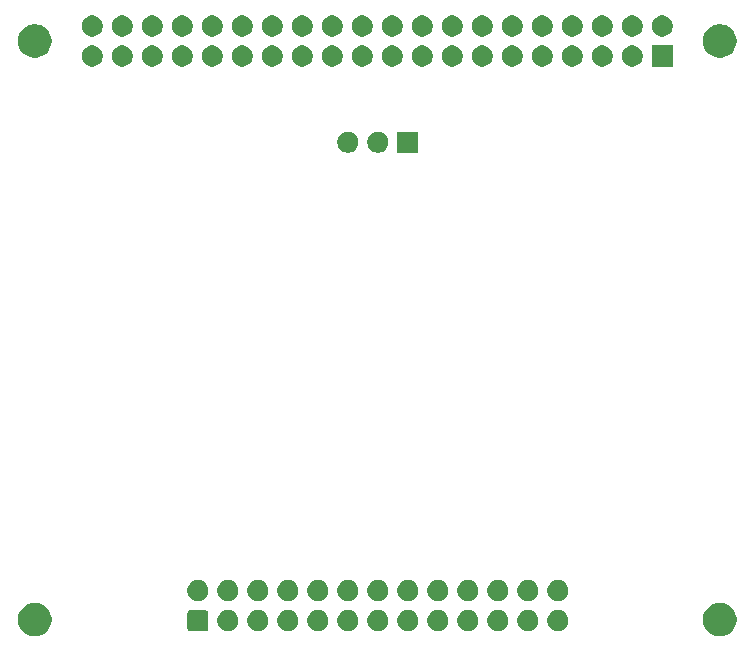
<source format=gbs>
%TF.GenerationSoftware,KiCad,Pcbnew,9.0.0*%
%TF.CreationDate,2025-04-07T15:36:10+02:00*%
%TF.ProjectId,AES42HAT,41455334-3248-4415-942e-6b696361645f,rev?*%
%TF.SameCoordinates,PX5f5e100PY5f5e100*%
%TF.FileFunction,Soldermask,Bot*%
%TF.FilePolarity,Negative*%
%FSLAX46Y46*%
G04 Gerber Fmt 4.6, Leading zero omitted, Abs format (unit mm)*
G04 Created by KiCad (PCBNEW 9.0.0) date 2025-04-07 15:36:10*
%MOMM*%
%LPD*%
G01*
G04 APERTURE LIST*
G04 APERTURE END LIST*
G36*
X-28717340Y-47539373D02*
G01*
X-28504676Y-47608472D01*
X-28305440Y-47709988D01*
X-28124537Y-47841421D01*
X-27966421Y-47999537D01*
X-27834988Y-48180440D01*
X-27733472Y-48379676D01*
X-27664373Y-48592340D01*
X-27629393Y-48813196D01*
X-27629393Y-49036804D01*
X-27664373Y-49257660D01*
X-27733472Y-49470324D01*
X-27834988Y-49669560D01*
X-27966421Y-49850463D01*
X-28124537Y-50008579D01*
X-28305440Y-50140012D01*
X-28504676Y-50241528D01*
X-28717340Y-50310627D01*
X-28938196Y-50345607D01*
X-29161804Y-50345607D01*
X-29382660Y-50310627D01*
X-29595324Y-50241528D01*
X-29794560Y-50140012D01*
X-29975463Y-50008579D01*
X-30133579Y-49850463D01*
X-30265012Y-49669560D01*
X-30366528Y-49470324D01*
X-30435627Y-49257660D01*
X-30470607Y-49036804D01*
X-30470607Y-48813196D01*
X-30435627Y-48592340D01*
X-30366528Y-48379676D01*
X-30265012Y-48180440D01*
X-30133579Y-47999537D01*
X-29975463Y-47841421D01*
X-29794560Y-47709988D01*
X-29595324Y-47608472D01*
X-29382660Y-47539373D01*
X-29161804Y-47504393D01*
X-28938196Y-47504393D01*
X-28717340Y-47539373D01*
G37*
G36*
X29282660Y-47539373D02*
G01*
X29495324Y-47608472D01*
X29694560Y-47709988D01*
X29875463Y-47841421D01*
X30033579Y-47999537D01*
X30165012Y-48180440D01*
X30266528Y-48379676D01*
X30335627Y-48592340D01*
X30370607Y-48813196D01*
X30370607Y-49036804D01*
X30335627Y-49257660D01*
X30266528Y-49470324D01*
X30165012Y-49669560D01*
X30033579Y-49850463D01*
X29875463Y-50008579D01*
X29694560Y-50140012D01*
X29495324Y-50241528D01*
X29282660Y-50310627D01*
X29061804Y-50345607D01*
X28838196Y-50345607D01*
X28617340Y-50310627D01*
X28404676Y-50241528D01*
X28205440Y-50140012D01*
X28024537Y-50008579D01*
X27866421Y-49850463D01*
X27734988Y-49669560D01*
X27633472Y-49470324D01*
X27564373Y-49257660D01*
X27529393Y-49036804D01*
X27529393Y-48813196D01*
X27564373Y-48592340D01*
X27633472Y-48379676D01*
X27734988Y-48180440D01*
X27866421Y-47999537D01*
X28024537Y-47841421D01*
X28205440Y-47709988D01*
X28404676Y-47608472D01*
X28617340Y-47539373D01*
X28838196Y-47504393D01*
X29061804Y-47504393D01*
X29282660Y-47539373D01*
G37*
G36*
X-14571315Y-48107969D02*
G01*
X-14567158Y-48109804D01*
X-14562963Y-48110357D01*
X-14510486Y-48134827D01*
X-14470459Y-48152501D01*
X-14468602Y-48154358D01*
X-14468148Y-48154570D01*
X-14394571Y-48228147D01*
X-14394360Y-48228600D01*
X-14392501Y-48230459D01*
X-14374819Y-48270507D01*
X-14350358Y-48322962D01*
X-14349807Y-48327154D01*
X-14347969Y-48331315D01*
X-14340000Y-48400000D01*
X-14340000Y-49600000D01*
X-14347969Y-49668685D01*
X-14349807Y-49672846D01*
X-14350358Y-49677037D01*
X-14374810Y-49729474D01*
X-14392501Y-49769541D01*
X-14394361Y-49771400D01*
X-14394571Y-49771852D01*
X-14468148Y-49845429D01*
X-14468600Y-49845639D01*
X-14470459Y-49847499D01*
X-14510526Y-49865190D01*
X-14562963Y-49889642D01*
X-14567154Y-49890193D01*
X-14571315Y-49892031D01*
X-14640000Y-49900000D01*
X-15840000Y-49900000D01*
X-15908685Y-49892031D01*
X-15912846Y-49890193D01*
X-15917038Y-49889642D01*
X-15969493Y-49865181D01*
X-16009541Y-49847499D01*
X-16011400Y-49845640D01*
X-16011853Y-49845429D01*
X-16085430Y-49771852D01*
X-16085642Y-49771398D01*
X-16087499Y-49769541D01*
X-16105173Y-49729514D01*
X-16129643Y-49677037D01*
X-16130196Y-49672842D01*
X-16132031Y-49668685D01*
X-16140000Y-49600000D01*
X-16140000Y-48400000D01*
X-16132031Y-48331315D01*
X-16130196Y-48327157D01*
X-16129643Y-48322962D01*
X-16105164Y-48270466D01*
X-16087499Y-48230459D01*
X-16085643Y-48228602D01*
X-16085430Y-48228147D01*
X-16011853Y-48154570D01*
X-16011398Y-48154357D01*
X-16009541Y-48152501D01*
X-15969534Y-48134836D01*
X-15917038Y-48110357D01*
X-15912843Y-48109804D01*
X-15908685Y-48107969D01*
X-15840000Y-48100000D01*
X-14640000Y-48100000D01*
X-14571315Y-48107969D01*
G37*
G36*
X-12438744Y-48138754D02*
G01*
X-12275743Y-48206271D01*
X-12129046Y-48304291D01*
X-12004291Y-48429046D01*
X-11906271Y-48575743D01*
X-11838754Y-48738744D01*
X-11804334Y-48911785D01*
X-11804334Y-49088215D01*
X-11838754Y-49261256D01*
X-11906271Y-49424257D01*
X-12004291Y-49570954D01*
X-12129046Y-49695709D01*
X-12275743Y-49793729D01*
X-12438744Y-49861246D01*
X-12611785Y-49895666D01*
X-12788215Y-49895666D01*
X-12961256Y-49861246D01*
X-13124257Y-49793729D01*
X-13270954Y-49695709D01*
X-13395709Y-49570954D01*
X-13493729Y-49424257D01*
X-13561246Y-49261256D01*
X-13595666Y-49088215D01*
X-13595666Y-48911785D01*
X-13561246Y-48738744D01*
X-13493729Y-48575743D01*
X-13395709Y-48429046D01*
X-13270954Y-48304291D01*
X-13124257Y-48206271D01*
X-12961256Y-48138754D01*
X-12788215Y-48104334D01*
X-12611785Y-48104334D01*
X-12438744Y-48138754D01*
G37*
G36*
X-9898744Y-48138754D02*
G01*
X-9735743Y-48206271D01*
X-9589046Y-48304291D01*
X-9464291Y-48429046D01*
X-9366271Y-48575743D01*
X-9298754Y-48738744D01*
X-9264334Y-48911785D01*
X-9264334Y-49088215D01*
X-9298754Y-49261256D01*
X-9366271Y-49424257D01*
X-9464291Y-49570954D01*
X-9589046Y-49695709D01*
X-9735743Y-49793729D01*
X-9898744Y-49861246D01*
X-10071785Y-49895666D01*
X-10248215Y-49895666D01*
X-10421256Y-49861246D01*
X-10584257Y-49793729D01*
X-10730954Y-49695709D01*
X-10855709Y-49570954D01*
X-10953729Y-49424257D01*
X-11021246Y-49261256D01*
X-11055666Y-49088215D01*
X-11055666Y-48911785D01*
X-11021246Y-48738744D01*
X-10953729Y-48575743D01*
X-10855709Y-48429046D01*
X-10730954Y-48304291D01*
X-10584257Y-48206271D01*
X-10421256Y-48138754D01*
X-10248215Y-48104334D01*
X-10071785Y-48104334D01*
X-9898744Y-48138754D01*
G37*
G36*
X-7358744Y-48138754D02*
G01*
X-7195743Y-48206271D01*
X-7049046Y-48304291D01*
X-6924291Y-48429046D01*
X-6826271Y-48575743D01*
X-6758754Y-48738744D01*
X-6724334Y-48911785D01*
X-6724334Y-49088215D01*
X-6758754Y-49261256D01*
X-6826271Y-49424257D01*
X-6924291Y-49570954D01*
X-7049046Y-49695709D01*
X-7195743Y-49793729D01*
X-7358744Y-49861246D01*
X-7531785Y-49895666D01*
X-7708215Y-49895666D01*
X-7881256Y-49861246D01*
X-8044257Y-49793729D01*
X-8190954Y-49695709D01*
X-8315709Y-49570954D01*
X-8413729Y-49424257D01*
X-8481246Y-49261256D01*
X-8515666Y-49088215D01*
X-8515666Y-48911785D01*
X-8481246Y-48738744D01*
X-8413729Y-48575743D01*
X-8315709Y-48429046D01*
X-8190954Y-48304291D01*
X-8044257Y-48206271D01*
X-7881256Y-48138754D01*
X-7708215Y-48104334D01*
X-7531785Y-48104334D01*
X-7358744Y-48138754D01*
G37*
G36*
X-4818744Y-48138754D02*
G01*
X-4655743Y-48206271D01*
X-4509046Y-48304291D01*
X-4384291Y-48429046D01*
X-4286271Y-48575743D01*
X-4218754Y-48738744D01*
X-4184334Y-48911785D01*
X-4184334Y-49088215D01*
X-4218754Y-49261256D01*
X-4286271Y-49424257D01*
X-4384291Y-49570954D01*
X-4509046Y-49695709D01*
X-4655743Y-49793729D01*
X-4818744Y-49861246D01*
X-4991785Y-49895666D01*
X-5168215Y-49895666D01*
X-5341256Y-49861246D01*
X-5504257Y-49793729D01*
X-5650954Y-49695709D01*
X-5775709Y-49570954D01*
X-5873729Y-49424257D01*
X-5941246Y-49261256D01*
X-5975666Y-49088215D01*
X-5975666Y-48911785D01*
X-5941246Y-48738744D01*
X-5873729Y-48575743D01*
X-5775709Y-48429046D01*
X-5650954Y-48304291D01*
X-5504257Y-48206271D01*
X-5341256Y-48138754D01*
X-5168215Y-48104334D01*
X-4991785Y-48104334D01*
X-4818744Y-48138754D01*
G37*
G36*
X-2278744Y-48138754D02*
G01*
X-2115743Y-48206271D01*
X-1969046Y-48304291D01*
X-1844291Y-48429046D01*
X-1746271Y-48575743D01*
X-1678754Y-48738744D01*
X-1644334Y-48911785D01*
X-1644334Y-49088215D01*
X-1678754Y-49261256D01*
X-1746271Y-49424257D01*
X-1844291Y-49570954D01*
X-1969046Y-49695709D01*
X-2115743Y-49793729D01*
X-2278744Y-49861246D01*
X-2451785Y-49895666D01*
X-2628215Y-49895666D01*
X-2801256Y-49861246D01*
X-2964257Y-49793729D01*
X-3110954Y-49695709D01*
X-3235709Y-49570954D01*
X-3333729Y-49424257D01*
X-3401246Y-49261256D01*
X-3435666Y-49088215D01*
X-3435666Y-48911785D01*
X-3401246Y-48738744D01*
X-3333729Y-48575743D01*
X-3235709Y-48429046D01*
X-3110954Y-48304291D01*
X-2964257Y-48206271D01*
X-2801256Y-48138754D01*
X-2628215Y-48104334D01*
X-2451785Y-48104334D01*
X-2278744Y-48138754D01*
G37*
G36*
X261256Y-48138754D02*
G01*
X424257Y-48206271D01*
X570954Y-48304291D01*
X695709Y-48429046D01*
X793729Y-48575743D01*
X861246Y-48738744D01*
X895666Y-48911785D01*
X895666Y-49088215D01*
X861246Y-49261256D01*
X793729Y-49424257D01*
X695709Y-49570954D01*
X570954Y-49695709D01*
X424257Y-49793729D01*
X261256Y-49861246D01*
X88215Y-49895666D01*
X-88215Y-49895666D01*
X-261256Y-49861246D01*
X-424257Y-49793729D01*
X-570954Y-49695709D01*
X-695709Y-49570954D01*
X-793729Y-49424257D01*
X-861246Y-49261256D01*
X-895666Y-49088215D01*
X-895666Y-48911785D01*
X-861246Y-48738744D01*
X-793729Y-48575743D01*
X-695709Y-48429046D01*
X-570954Y-48304291D01*
X-424257Y-48206271D01*
X-261256Y-48138754D01*
X-88215Y-48104334D01*
X88215Y-48104334D01*
X261256Y-48138754D01*
G37*
G36*
X2801256Y-48138754D02*
G01*
X2964257Y-48206271D01*
X3110954Y-48304291D01*
X3235709Y-48429046D01*
X3333729Y-48575743D01*
X3401246Y-48738744D01*
X3435666Y-48911785D01*
X3435666Y-49088215D01*
X3401246Y-49261256D01*
X3333729Y-49424257D01*
X3235709Y-49570954D01*
X3110954Y-49695709D01*
X2964257Y-49793729D01*
X2801256Y-49861246D01*
X2628215Y-49895666D01*
X2451785Y-49895666D01*
X2278744Y-49861246D01*
X2115743Y-49793729D01*
X1969046Y-49695709D01*
X1844291Y-49570954D01*
X1746271Y-49424257D01*
X1678754Y-49261256D01*
X1644334Y-49088215D01*
X1644334Y-48911785D01*
X1678754Y-48738744D01*
X1746271Y-48575743D01*
X1844291Y-48429046D01*
X1969046Y-48304291D01*
X2115743Y-48206271D01*
X2278744Y-48138754D01*
X2451785Y-48104334D01*
X2628215Y-48104334D01*
X2801256Y-48138754D01*
G37*
G36*
X5341256Y-48138754D02*
G01*
X5504257Y-48206271D01*
X5650954Y-48304291D01*
X5775709Y-48429046D01*
X5873729Y-48575743D01*
X5941246Y-48738744D01*
X5975666Y-48911785D01*
X5975666Y-49088215D01*
X5941246Y-49261256D01*
X5873729Y-49424257D01*
X5775709Y-49570954D01*
X5650954Y-49695709D01*
X5504257Y-49793729D01*
X5341256Y-49861246D01*
X5168215Y-49895666D01*
X4991785Y-49895666D01*
X4818744Y-49861246D01*
X4655743Y-49793729D01*
X4509046Y-49695709D01*
X4384291Y-49570954D01*
X4286271Y-49424257D01*
X4218754Y-49261256D01*
X4184334Y-49088215D01*
X4184334Y-48911785D01*
X4218754Y-48738744D01*
X4286271Y-48575743D01*
X4384291Y-48429046D01*
X4509046Y-48304291D01*
X4655743Y-48206271D01*
X4818744Y-48138754D01*
X4991785Y-48104334D01*
X5168215Y-48104334D01*
X5341256Y-48138754D01*
G37*
G36*
X7881256Y-48138754D02*
G01*
X8044257Y-48206271D01*
X8190954Y-48304291D01*
X8315709Y-48429046D01*
X8413729Y-48575743D01*
X8481246Y-48738744D01*
X8515666Y-48911785D01*
X8515666Y-49088215D01*
X8481246Y-49261256D01*
X8413729Y-49424257D01*
X8315709Y-49570954D01*
X8190954Y-49695709D01*
X8044257Y-49793729D01*
X7881256Y-49861246D01*
X7708215Y-49895666D01*
X7531785Y-49895666D01*
X7358744Y-49861246D01*
X7195743Y-49793729D01*
X7049046Y-49695709D01*
X6924291Y-49570954D01*
X6826271Y-49424257D01*
X6758754Y-49261256D01*
X6724334Y-49088215D01*
X6724334Y-48911785D01*
X6758754Y-48738744D01*
X6826271Y-48575743D01*
X6924291Y-48429046D01*
X7049046Y-48304291D01*
X7195743Y-48206271D01*
X7358744Y-48138754D01*
X7531785Y-48104334D01*
X7708215Y-48104334D01*
X7881256Y-48138754D01*
G37*
G36*
X10421256Y-48138754D02*
G01*
X10584257Y-48206271D01*
X10730954Y-48304291D01*
X10855709Y-48429046D01*
X10953729Y-48575743D01*
X11021246Y-48738744D01*
X11055666Y-48911785D01*
X11055666Y-49088215D01*
X11021246Y-49261256D01*
X10953729Y-49424257D01*
X10855709Y-49570954D01*
X10730954Y-49695709D01*
X10584257Y-49793729D01*
X10421256Y-49861246D01*
X10248215Y-49895666D01*
X10071785Y-49895666D01*
X9898744Y-49861246D01*
X9735743Y-49793729D01*
X9589046Y-49695709D01*
X9464291Y-49570954D01*
X9366271Y-49424257D01*
X9298754Y-49261256D01*
X9264334Y-49088215D01*
X9264334Y-48911785D01*
X9298754Y-48738744D01*
X9366271Y-48575743D01*
X9464291Y-48429046D01*
X9589046Y-48304291D01*
X9735743Y-48206271D01*
X9898744Y-48138754D01*
X10071785Y-48104334D01*
X10248215Y-48104334D01*
X10421256Y-48138754D01*
G37*
G36*
X12961256Y-48138754D02*
G01*
X13124257Y-48206271D01*
X13270954Y-48304291D01*
X13395709Y-48429046D01*
X13493729Y-48575743D01*
X13561246Y-48738744D01*
X13595666Y-48911785D01*
X13595666Y-49088215D01*
X13561246Y-49261256D01*
X13493729Y-49424257D01*
X13395709Y-49570954D01*
X13270954Y-49695709D01*
X13124257Y-49793729D01*
X12961256Y-49861246D01*
X12788215Y-49895666D01*
X12611785Y-49895666D01*
X12438744Y-49861246D01*
X12275743Y-49793729D01*
X12129046Y-49695709D01*
X12004291Y-49570954D01*
X11906271Y-49424257D01*
X11838754Y-49261256D01*
X11804334Y-49088215D01*
X11804334Y-48911785D01*
X11838754Y-48738744D01*
X11906271Y-48575743D01*
X12004291Y-48429046D01*
X12129046Y-48304291D01*
X12275743Y-48206271D01*
X12438744Y-48138754D01*
X12611785Y-48104334D01*
X12788215Y-48104334D01*
X12961256Y-48138754D01*
G37*
G36*
X15501256Y-48138754D02*
G01*
X15664257Y-48206271D01*
X15810954Y-48304291D01*
X15935709Y-48429046D01*
X16033729Y-48575743D01*
X16101246Y-48738744D01*
X16135666Y-48911785D01*
X16135666Y-49088215D01*
X16101246Y-49261256D01*
X16033729Y-49424257D01*
X15935709Y-49570954D01*
X15810954Y-49695709D01*
X15664257Y-49793729D01*
X15501256Y-49861246D01*
X15328215Y-49895666D01*
X15151785Y-49895666D01*
X14978744Y-49861246D01*
X14815743Y-49793729D01*
X14669046Y-49695709D01*
X14544291Y-49570954D01*
X14446271Y-49424257D01*
X14378754Y-49261256D01*
X14344334Y-49088215D01*
X14344334Y-48911785D01*
X14378754Y-48738744D01*
X14446271Y-48575743D01*
X14544291Y-48429046D01*
X14669046Y-48304291D01*
X14815743Y-48206271D01*
X14978744Y-48138754D01*
X15151785Y-48104334D01*
X15328215Y-48104334D01*
X15501256Y-48138754D01*
G37*
G36*
X-14978744Y-45598754D02*
G01*
X-14815743Y-45666271D01*
X-14669046Y-45764291D01*
X-14544291Y-45889046D01*
X-14446271Y-46035743D01*
X-14378754Y-46198744D01*
X-14344334Y-46371785D01*
X-14344334Y-46548215D01*
X-14378754Y-46721256D01*
X-14446271Y-46884257D01*
X-14544291Y-47030954D01*
X-14669046Y-47155709D01*
X-14815743Y-47253729D01*
X-14978744Y-47321246D01*
X-15151785Y-47355666D01*
X-15328215Y-47355666D01*
X-15501256Y-47321246D01*
X-15664257Y-47253729D01*
X-15810954Y-47155709D01*
X-15935709Y-47030954D01*
X-16033729Y-46884257D01*
X-16101246Y-46721256D01*
X-16135666Y-46548215D01*
X-16135666Y-46371785D01*
X-16101246Y-46198744D01*
X-16033729Y-46035743D01*
X-15935709Y-45889046D01*
X-15810954Y-45764291D01*
X-15664257Y-45666271D01*
X-15501256Y-45598754D01*
X-15328215Y-45564334D01*
X-15151785Y-45564334D01*
X-14978744Y-45598754D01*
G37*
G36*
X-12438744Y-45598754D02*
G01*
X-12275743Y-45666271D01*
X-12129046Y-45764291D01*
X-12004291Y-45889046D01*
X-11906271Y-46035743D01*
X-11838754Y-46198744D01*
X-11804334Y-46371785D01*
X-11804334Y-46548215D01*
X-11838754Y-46721256D01*
X-11906271Y-46884257D01*
X-12004291Y-47030954D01*
X-12129046Y-47155709D01*
X-12275743Y-47253729D01*
X-12438744Y-47321246D01*
X-12611785Y-47355666D01*
X-12788215Y-47355666D01*
X-12961256Y-47321246D01*
X-13124257Y-47253729D01*
X-13270954Y-47155709D01*
X-13395709Y-47030954D01*
X-13493729Y-46884257D01*
X-13561246Y-46721256D01*
X-13595666Y-46548215D01*
X-13595666Y-46371785D01*
X-13561246Y-46198744D01*
X-13493729Y-46035743D01*
X-13395709Y-45889046D01*
X-13270954Y-45764291D01*
X-13124257Y-45666271D01*
X-12961256Y-45598754D01*
X-12788215Y-45564334D01*
X-12611785Y-45564334D01*
X-12438744Y-45598754D01*
G37*
G36*
X-9898744Y-45598754D02*
G01*
X-9735743Y-45666271D01*
X-9589046Y-45764291D01*
X-9464291Y-45889046D01*
X-9366271Y-46035743D01*
X-9298754Y-46198744D01*
X-9264334Y-46371785D01*
X-9264334Y-46548215D01*
X-9298754Y-46721256D01*
X-9366271Y-46884257D01*
X-9464291Y-47030954D01*
X-9589046Y-47155709D01*
X-9735743Y-47253729D01*
X-9898744Y-47321246D01*
X-10071785Y-47355666D01*
X-10248215Y-47355666D01*
X-10421256Y-47321246D01*
X-10584257Y-47253729D01*
X-10730954Y-47155709D01*
X-10855709Y-47030954D01*
X-10953729Y-46884257D01*
X-11021246Y-46721256D01*
X-11055666Y-46548215D01*
X-11055666Y-46371785D01*
X-11021246Y-46198744D01*
X-10953729Y-46035743D01*
X-10855709Y-45889046D01*
X-10730954Y-45764291D01*
X-10584257Y-45666271D01*
X-10421256Y-45598754D01*
X-10248215Y-45564334D01*
X-10071785Y-45564334D01*
X-9898744Y-45598754D01*
G37*
G36*
X-7358744Y-45598754D02*
G01*
X-7195743Y-45666271D01*
X-7049046Y-45764291D01*
X-6924291Y-45889046D01*
X-6826271Y-46035743D01*
X-6758754Y-46198744D01*
X-6724334Y-46371785D01*
X-6724334Y-46548215D01*
X-6758754Y-46721256D01*
X-6826271Y-46884257D01*
X-6924291Y-47030954D01*
X-7049046Y-47155709D01*
X-7195743Y-47253729D01*
X-7358744Y-47321246D01*
X-7531785Y-47355666D01*
X-7708215Y-47355666D01*
X-7881256Y-47321246D01*
X-8044257Y-47253729D01*
X-8190954Y-47155709D01*
X-8315709Y-47030954D01*
X-8413729Y-46884257D01*
X-8481246Y-46721256D01*
X-8515666Y-46548215D01*
X-8515666Y-46371785D01*
X-8481246Y-46198744D01*
X-8413729Y-46035743D01*
X-8315709Y-45889046D01*
X-8190954Y-45764291D01*
X-8044257Y-45666271D01*
X-7881256Y-45598754D01*
X-7708215Y-45564334D01*
X-7531785Y-45564334D01*
X-7358744Y-45598754D01*
G37*
G36*
X-4818744Y-45598754D02*
G01*
X-4655743Y-45666271D01*
X-4509046Y-45764291D01*
X-4384291Y-45889046D01*
X-4286271Y-46035743D01*
X-4218754Y-46198744D01*
X-4184334Y-46371785D01*
X-4184334Y-46548215D01*
X-4218754Y-46721256D01*
X-4286271Y-46884257D01*
X-4384291Y-47030954D01*
X-4509046Y-47155709D01*
X-4655743Y-47253729D01*
X-4818744Y-47321246D01*
X-4991785Y-47355666D01*
X-5168215Y-47355666D01*
X-5341256Y-47321246D01*
X-5504257Y-47253729D01*
X-5650954Y-47155709D01*
X-5775709Y-47030954D01*
X-5873729Y-46884257D01*
X-5941246Y-46721256D01*
X-5975666Y-46548215D01*
X-5975666Y-46371785D01*
X-5941246Y-46198744D01*
X-5873729Y-46035743D01*
X-5775709Y-45889046D01*
X-5650954Y-45764291D01*
X-5504257Y-45666271D01*
X-5341256Y-45598754D01*
X-5168215Y-45564334D01*
X-4991785Y-45564334D01*
X-4818744Y-45598754D01*
G37*
G36*
X-2278744Y-45598754D02*
G01*
X-2115743Y-45666271D01*
X-1969046Y-45764291D01*
X-1844291Y-45889046D01*
X-1746271Y-46035743D01*
X-1678754Y-46198744D01*
X-1644334Y-46371785D01*
X-1644334Y-46548215D01*
X-1678754Y-46721256D01*
X-1746271Y-46884257D01*
X-1844291Y-47030954D01*
X-1969046Y-47155709D01*
X-2115743Y-47253729D01*
X-2278744Y-47321246D01*
X-2451785Y-47355666D01*
X-2628215Y-47355666D01*
X-2801256Y-47321246D01*
X-2964257Y-47253729D01*
X-3110954Y-47155709D01*
X-3235709Y-47030954D01*
X-3333729Y-46884257D01*
X-3401246Y-46721256D01*
X-3435666Y-46548215D01*
X-3435666Y-46371785D01*
X-3401246Y-46198744D01*
X-3333729Y-46035743D01*
X-3235709Y-45889046D01*
X-3110954Y-45764291D01*
X-2964257Y-45666271D01*
X-2801256Y-45598754D01*
X-2628215Y-45564334D01*
X-2451785Y-45564334D01*
X-2278744Y-45598754D01*
G37*
G36*
X261256Y-45598754D02*
G01*
X424257Y-45666271D01*
X570954Y-45764291D01*
X695709Y-45889046D01*
X793729Y-46035743D01*
X861246Y-46198744D01*
X895666Y-46371785D01*
X895666Y-46548215D01*
X861246Y-46721256D01*
X793729Y-46884257D01*
X695709Y-47030954D01*
X570954Y-47155709D01*
X424257Y-47253729D01*
X261256Y-47321246D01*
X88215Y-47355666D01*
X-88215Y-47355666D01*
X-261256Y-47321246D01*
X-424257Y-47253729D01*
X-570954Y-47155709D01*
X-695709Y-47030954D01*
X-793729Y-46884257D01*
X-861246Y-46721256D01*
X-895666Y-46548215D01*
X-895666Y-46371785D01*
X-861246Y-46198744D01*
X-793729Y-46035743D01*
X-695709Y-45889046D01*
X-570954Y-45764291D01*
X-424257Y-45666271D01*
X-261256Y-45598754D01*
X-88215Y-45564334D01*
X88215Y-45564334D01*
X261256Y-45598754D01*
G37*
G36*
X2801256Y-45598754D02*
G01*
X2964257Y-45666271D01*
X3110954Y-45764291D01*
X3235709Y-45889046D01*
X3333729Y-46035743D01*
X3401246Y-46198744D01*
X3435666Y-46371785D01*
X3435666Y-46548215D01*
X3401246Y-46721256D01*
X3333729Y-46884257D01*
X3235709Y-47030954D01*
X3110954Y-47155709D01*
X2964257Y-47253729D01*
X2801256Y-47321246D01*
X2628215Y-47355666D01*
X2451785Y-47355666D01*
X2278744Y-47321246D01*
X2115743Y-47253729D01*
X1969046Y-47155709D01*
X1844291Y-47030954D01*
X1746271Y-46884257D01*
X1678754Y-46721256D01*
X1644334Y-46548215D01*
X1644334Y-46371785D01*
X1678754Y-46198744D01*
X1746271Y-46035743D01*
X1844291Y-45889046D01*
X1969046Y-45764291D01*
X2115743Y-45666271D01*
X2278744Y-45598754D01*
X2451785Y-45564334D01*
X2628215Y-45564334D01*
X2801256Y-45598754D01*
G37*
G36*
X5341256Y-45598754D02*
G01*
X5504257Y-45666271D01*
X5650954Y-45764291D01*
X5775709Y-45889046D01*
X5873729Y-46035743D01*
X5941246Y-46198744D01*
X5975666Y-46371785D01*
X5975666Y-46548215D01*
X5941246Y-46721256D01*
X5873729Y-46884257D01*
X5775709Y-47030954D01*
X5650954Y-47155709D01*
X5504257Y-47253729D01*
X5341256Y-47321246D01*
X5168215Y-47355666D01*
X4991785Y-47355666D01*
X4818744Y-47321246D01*
X4655743Y-47253729D01*
X4509046Y-47155709D01*
X4384291Y-47030954D01*
X4286271Y-46884257D01*
X4218754Y-46721256D01*
X4184334Y-46548215D01*
X4184334Y-46371785D01*
X4218754Y-46198744D01*
X4286271Y-46035743D01*
X4384291Y-45889046D01*
X4509046Y-45764291D01*
X4655743Y-45666271D01*
X4818744Y-45598754D01*
X4991785Y-45564334D01*
X5168215Y-45564334D01*
X5341256Y-45598754D01*
G37*
G36*
X7881256Y-45598754D02*
G01*
X8044257Y-45666271D01*
X8190954Y-45764291D01*
X8315709Y-45889046D01*
X8413729Y-46035743D01*
X8481246Y-46198744D01*
X8515666Y-46371785D01*
X8515666Y-46548215D01*
X8481246Y-46721256D01*
X8413729Y-46884257D01*
X8315709Y-47030954D01*
X8190954Y-47155709D01*
X8044257Y-47253729D01*
X7881256Y-47321246D01*
X7708215Y-47355666D01*
X7531785Y-47355666D01*
X7358744Y-47321246D01*
X7195743Y-47253729D01*
X7049046Y-47155709D01*
X6924291Y-47030954D01*
X6826271Y-46884257D01*
X6758754Y-46721256D01*
X6724334Y-46548215D01*
X6724334Y-46371785D01*
X6758754Y-46198744D01*
X6826271Y-46035743D01*
X6924291Y-45889046D01*
X7049046Y-45764291D01*
X7195743Y-45666271D01*
X7358744Y-45598754D01*
X7531785Y-45564334D01*
X7708215Y-45564334D01*
X7881256Y-45598754D01*
G37*
G36*
X10421256Y-45598754D02*
G01*
X10584257Y-45666271D01*
X10730954Y-45764291D01*
X10855709Y-45889046D01*
X10953729Y-46035743D01*
X11021246Y-46198744D01*
X11055666Y-46371785D01*
X11055666Y-46548215D01*
X11021246Y-46721256D01*
X10953729Y-46884257D01*
X10855709Y-47030954D01*
X10730954Y-47155709D01*
X10584257Y-47253729D01*
X10421256Y-47321246D01*
X10248215Y-47355666D01*
X10071785Y-47355666D01*
X9898744Y-47321246D01*
X9735743Y-47253729D01*
X9589046Y-47155709D01*
X9464291Y-47030954D01*
X9366271Y-46884257D01*
X9298754Y-46721256D01*
X9264334Y-46548215D01*
X9264334Y-46371785D01*
X9298754Y-46198744D01*
X9366271Y-46035743D01*
X9464291Y-45889046D01*
X9589046Y-45764291D01*
X9735743Y-45666271D01*
X9898744Y-45598754D01*
X10071785Y-45564334D01*
X10248215Y-45564334D01*
X10421256Y-45598754D01*
G37*
G36*
X12961256Y-45598754D02*
G01*
X13124257Y-45666271D01*
X13270954Y-45764291D01*
X13395709Y-45889046D01*
X13493729Y-46035743D01*
X13561246Y-46198744D01*
X13595666Y-46371785D01*
X13595666Y-46548215D01*
X13561246Y-46721256D01*
X13493729Y-46884257D01*
X13395709Y-47030954D01*
X13270954Y-47155709D01*
X13124257Y-47253729D01*
X12961256Y-47321246D01*
X12788215Y-47355666D01*
X12611785Y-47355666D01*
X12438744Y-47321246D01*
X12275743Y-47253729D01*
X12129046Y-47155709D01*
X12004291Y-47030954D01*
X11906271Y-46884257D01*
X11838754Y-46721256D01*
X11804334Y-46548215D01*
X11804334Y-46371785D01*
X11838754Y-46198744D01*
X11906271Y-46035743D01*
X12004291Y-45889046D01*
X12129046Y-45764291D01*
X12275743Y-45666271D01*
X12438744Y-45598754D01*
X12611785Y-45564334D01*
X12788215Y-45564334D01*
X12961256Y-45598754D01*
G37*
G36*
X15501256Y-45598754D02*
G01*
X15664257Y-45666271D01*
X15810954Y-45764291D01*
X15935709Y-45889046D01*
X16033729Y-46035743D01*
X16101246Y-46198744D01*
X16135666Y-46371785D01*
X16135666Y-46548215D01*
X16101246Y-46721256D01*
X16033729Y-46884257D01*
X15935709Y-47030954D01*
X15810954Y-47155709D01*
X15664257Y-47253729D01*
X15501256Y-47321246D01*
X15328215Y-47355666D01*
X15151785Y-47355666D01*
X14978744Y-47321246D01*
X14815743Y-47253729D01*
X14669046Y-47155709D01*
X14544291Y-47030954D01*
X14446271Y-46884257D01*
X14378754Y-46721256D01*
X14344334Y-46548215D01*
X14344334Y-46371785D01*
X14378754Y-46198744D01*
X14446271Y-46035743D01*
X14544291Y-45889046D01*
X14669046Y-45764291D01*
X14815743Y-45666271D01*
X14978744Y-45598754D01*
X15151785Y-45564334D01*
X15328215Y-45564334D01*
X15501256Y-45598754D01*
G37*
G36*
X3409134Y-7603806D02*
G01*
X3425355Y-7614645D01*
X3436194Y-7630866D01*
X3440000Y-7650000D01*
X3440000Y-9350000D01*
X3436194Y-9369134D01*
X3425355Y-9385355D01*
X3409134Y-9396194D01*
X3390000Y-9400000D01*
X1690000Y-9400000D01*
X1670866Y-9396194D01*
X1654645Y-9385355D01*
X1643806Y-9369134D01*
X1640000Y-9350000D01*
X1640000Y-7650000D01*
X1643806Y-7630866D01*
X1654645Y-7614645D01*
X1670866Y-7603806D01*
X1690000Y-7600000D01*
X3390000Y-7600000D01*
X3409134Y-7603806D01*
G37*
G36*
X-2278744Y-7638754D02*
G01*
X-2115743Y-7706271D01*
X-1969046Y-7804291D01*
X-1844291Y-7929046D01*
X-1746271Y-8075743D01*
X-1678754Y-8238744D01*
X-1644334Y-8411785D01*
X-1644334Y-8588215D01*
X-1678754Y-8761256D01*
X-1746271Y-8924257D01*
X-1844291Y-9070954D01*
X-1969046Y-9195709D01*
X-2115743Y-9293729D01*
X-2278744Y-9361246D01*
X-2451785Y-9395666D01*
X-2628215Y-9395666D01*
X-2801256Y-9361246D01*
X-2964257Y-9293729D01*
X-3110954Y-9195709D01*
X-3235709Y-9070954D01*
X-3333729Y-8924257D01*
X-3401246Y-8761256D01*
X-3435666Y-8588215D01*
X-3435666Y-8411785D01*
X-3401246Y-8238744D01*
X-3333729Y-8075743D01*
X-3235709Y-7929046D01*
X-3110954Y-7804291D01*
X-2964257Y-7706271D01*
X-2801256Y-7638754D01*
X-2628215Y-7604334D01*
X-2451785Y-7604334D01*
X-2278744Y-7638754D01*
G37*
G36*
X261256Y-7638754D02*
G01*
X424257Y-7706271D01*
X570954Y-7804291D01*
X695709Y-7929046D01*
X793729Y-8075743D01*
X861246Y-8238744D01*
X895666Y-8411785D01*
X895666Y-8588215D01*
X861246Y-8761256D01*
X793729Y-8924257D01*
X695709Y-9070954D01*
X570954Y-9195709D01*
X424257Y-9293729D01*
X261256Y-9361246D01*
X88215Y-9395666D01*
X-88215Y-9395666D01*
X-261256Y-9361246D01*
X-424257Y-9293729D01*
X-570954Y-9195709D01*
X-695709Y-9070954D01*
X-793729Y-8924257D01*
X-861246Y-8761256D01*
X-895666Y-8588215D01*
X-895666Y-8411785D01*
X-861246Y-8238744D01*
X-793729Y-8075743D01*
X-695709Y-7929046D01*
X-570954Y-7804291D01*
X-424257Y-7706271D01*
X-261256Y-7638754D01*
X-88215Y-7604334D01*
X88215Y-7604334D01*
X261256Y-7638754D01*
G37*
G36*
X24949134Y-298806D02*
G01*
X24965355Y-309645D01*
X24976194Y-325866D01*
X24980000Y-345000D01*
X24980000Y-2045000D01*
X24976194Y-2064134D01*
X24965355Y-2080355D01*
X24949134Y-2091194D01*
X24930000Y-2095000D01*
X23230000Y-2095000D01*
X23210866Y-2091194D01*
X23194645Y-2080355D01*
X23183806Y-2064134D01*
X23180000Y-2045000D01*
X23180000Y-345000D01*
X23183806Y-325866D01*
X23194645Y-309645D01*
X23210866Y-298806D01*
X23230000Y-295000D01*
X24930000Y-295000D01*
X24949134Y-298806D01*
G37*
G36*
X-23918744Y-333754D02*
G01*
X-23755743Y-401271D01*
X-23609046Y-499291D01*
X-23484291Y-624046D01*
X-23386271Y-770743D01*
X-23318754Y-933744D01*
X-23284334Y-1106785D01*
X-23284334Y-1283215D01*
X-23318754Y-1456256D01*
X-23386271Y-1619257D01*
X-23484291Y-1765954D01*
X-23609046Y-1890709D01*
X-23755743Y-1988729D01*
X-23918744Y-2056246D01*
X-24091785Y-2090666D01*
X-24268215Y-2090666D01*
X-24441256Y-2056246D01*
X-24604257Y-1988729D01*
X-24750954Y-1890709D01*
X-24875709Y-1765954D01*
X-24973729Y-1619257D01*
X-25041246Y-1456256D01*
X-25075666Y-1283215D01*
X-25075666Y-1106785D01*
X-25041246Y-933744D01*
X-24973729Y-770743D01*
X-24875709Y-624046D01*
X-24750954Y-499291D01*
X-24604257Y-401271D01*
X-24441256Y-333754D01*
X-24268215Y-299334D01*
X-24091785Y-299334D01*
X-23918744Y-333754D01*
G37*
G36*
X-21378744Y-333754D02*
G01*
X-21215743Y-401271D01*
X-21069046Y-499291D01*
X-20944291Y-624046D01*
X-20846271Y-770743D01*
X-20778754Y-933744D01*
X-20744334Y-1106785D01*
X-20744334Y-1283215D01*
X-20778754Y-1456256D01*
X-20846271Y-1619257D01*
X-20944291Y-1765954D01*
X-21069046Y-1890709D01*
X-21215743Y-1988729D01*
X-21378744Y-2056246D01*
X-21551785Y-2090666D01*
X-21728215Y-2090666D01*
X-21901256Y-2056246D01*
X-22064257Y-1988729D01*
X-22210954Y-1890709D01*
X-22335709Y-1765954D01*
X-22433729Y-1619257D01*
X-22501246Y-1456256D01*
X-22535666Y-1283215D01*
X-22535666Y-1106785D01*
X-22501246Y-933744D01*
X-22433729Y-770743D01*
X-22335709Y-624046D01*
X-22210954Y-499291D01*
X-22064257Y-401271D01*
X-21901256Y-333754D01*
X-21728215Y-299334D01*
X-21551785Y-299334D01*
X-21378744Y-333754D01*
G37*
G36*
X-18838744Y-333754D02*
G01*
X-18675743Y-401271D01*
X-18529046Y-499291D01*
X-18404291Y-624046D01*
X-18306271Y-770743D01*
X-18238754Y-933744D01*
X-18204334Y-1106785D01*
X-18204334Y-1283215D01*
X-18238754Y-1456256D01*
X-18306271Y-1619257D01*
X-18404291Y-1765954D01*
X-18529046Y-1890709D01*
X-18675743Y-1988729D01*
X-18838744Y-2056246D01*
X-19011785Y-2090666D01*
X-19188215Y-2090666D01*
X-19361256Y-2056246D01*
X-19524257Y-1988729D01*
X-19670954Y-1890709D01*
X-19795709Y-1765954D01*
X-19893729Y-1619257D01*
X-19961246Y-1456256D01*
X-19995666Y-1283215D01*
X-19995666Y-1106785D01*
X-19961246Y-933744D01*
X-19893729Y-770743D01*
X-19795709Y-624046D01*
X-19670954Y-499291D01*
X-19524257Y-401271D01*
X-19361256Y-333754D01*
X-19188215Y-299334D01*
X-19011785Y-299334D01*
X-18838744Y-333754D01*
G37*
G36*
X-16298744Y-333754D02*
G01*
X-16135743Y-401271D01*
X-15989046Y-499291D01*
X-15864291Y-624046D01*
X-15766271Y-770743D01*
X-15698754Y-933744D01*
X-15664334Y-1106785D01*
X-15664334Y-1283215D01*
X-15698754Y-1456256D01*
X-15766271Y-1619257D01*
X-15864291Y-1765954D01*
X-15989046Y-1890709D01*
X-16135743Y-1988729D01*
X-16298744Y-2056246D01*
X-16471785Y-2090666D01*
X-16648215Y-2090666D01*
X-16821256Y-2056246D01*
X-16984257Y-1988729D01*
X-17130954Y-1890709D01*
X-17255709Y-1765954D01*
X-17353729Y-1619257D01*
X-17421246Y-1456256D01*
X-17455666Y-1283215D01*
X-17455666Y-1106785D01*
X-17421246Y-933744D01*
X-17353729Y-770743D01*
X-17255709Y-624046D01*
X-17130954Y-499291D01*
X-16984257Y-401271D01*
X-16821256Y-333754D01*
X-16648215Y-299334D01*
X-16471785Y-299334D01*
X-16298744Y-333754D01*
G37*
G36*
X-13758744Y-333754D02*
G01*
X-13595743Y-401271D01*
X-13449046Y-499291D01*
X-13324291Y-624046D01*
X-13226271Y-770743D01*
X-13158754Y-933744D01*
X-13124334Y-1106785D01*
X-13124334Y-1283215D01*
X-13158754Y-1456256D01*
X-13226271Y-1619257D01*
X-13324291Y-1765954D01*
X-13449046Y-1890709D01*
X-13595743Y-1988729D01*
X-13758744Y-2056246D01*
X-13931785Y-2090666D01*
X-14108215Y-2090666D01*
X-14281256Y-2056246D01*
X-14444257Y-1988729D01*
X-14590954Y-1890709D01*
X-14715709Y-1765954D01*
X-14813729Y-1619257D01*
X-14881246Y-1456256D01*
X-14915666Y-1283215D01*
X-14915666Y-1106785D01*
X-14881246Y-933744D01*
X-14813729Y-770743D01*
X-14715709Y-624046D01*
X-14590954Y-499291D01*
X-14444257Y-401271D01*
X-14281256Y-333754D01*
X-14108215Y-299334D01*
X-13931785Y-299334D01*
X-13758744Y-333754D01*
G37*
G36*
X-11218744Y-333754D02*
G01*
X-11055743Y-401271D01*
X-10909046Y-499291D01*
X-10784291Y-624046D01*
X-10686271Y-770743D01*
X-10618754Y-933744D01*
X-10584334Y-1106785D01*
X-10584334Y-1283215D01*
X-10618754Y-1456256D01*
X-10686271Y-1619257D01*
X-10784291Y-1765954D01*
X-10909046Y-1890709D01*
X-11055743Y-1988729D01*
X-11218744Y-2056246D01*
X-11391785Y-2090666D01*
X-11568215Y-2090666D01*
X-11741256Y-2056246D01*
X-11904257Y-1988729D01*
X-12050954Y-1890709D01*
X-12175709Y-1765954D01*
X-12273729Y-1619257D01*
X-12341246Y-1456256D01*
X-12375666Y-1283215D01*
X-12375666Y-1106785D01*
X-12341246Y-933744D01*
X-12273729Y-770743D01*
X-12175709Y-624046D01*
X-12050954Y-499291D01*
X-11904257Y-401271D01*
X-11741256Y-333754D01*
X-11568215Y-299334D01*
X-11391785Y-299334D01*
X-11218744Y-333754D01*
G37*
G36*
X-8678744Y-333754D02*
G01*
X-8515743Y-401271D01*
X-8369046Y-499291D01*
X-8244291Y-624046D01*
X-8146271Y-770743D01*
X-8078754Y-933744D01*
X-8044334Y-1106785D01*
X-8044334Y-1283215D01*
X-8078754Y-1456256D01*
X-8146271Y-1619257D01*
X-8244291Y-1765954D01*
X-8369046Y-1890709D01*
X-8515743Y-1988729D01*
X-8678744Y-2056246D01*
X-8851785Y-2090666D01*
X-9028215Y-2090666D01*
X-9201256Y-2056246D01*
X-9364257Y-1988729D01*
X-9510954Y-1890709D01*
X-9635709Y-1765954D01*
X-9733729Y-1619257D01*
X-9801246Y-1456256D01*
X-9835666Y-1283215D01*
X-9835666Y-1106785D01*
X-9801246Y-933744D01*
X-9733729Y-770743D01*
X-9635709Y-624046D01*
X-9510954Y-499291D01*
X-9364257Y-401271D01*
X-9201256Y-333754D01*
X-9028215Y-299334D01*
X-8851785Y-299334D01*
X-8678744Y-333754D01*
G37*
G36*
X-6138744Y-333754D02*
G01*
X-5975743Y-401271D01*
X-5829046Y-499291D01*
X-5704291Y-624046D01*
X-5606271Y-770743D01*
X-5538754Y-933744D01*
X-5504334Y-1106785D01*
X-5504334Y-1283215D01*
X-5538754Y-1456256D01*
X-5606271Y-1619257D01*
X-5704291Y-1765954D01*
X-5829046Y-1890709D01*
X-5975743Y-1988729D01*
X-6138744Y-2056246D01*
X-6311785Y-2090666D01*
X-6488215Y-2090666D01*
X-6661256Y-2056246D01*
X-6824257Y-1988729D01*
X-6970954Y-1890709D01*
X-7095709Y-1765954D01*
X-7193729Y-1619257D01*
X-7261246Y-1456256D01*
X-7295666Y-1283215D01*
X-7295666Y-1106785D01*
X-7261246Y-933744D01*
X-7193729Y-770743D01*
X-7095709Y-624046D01*
X-6970954Y-499291D01*
X-6824257Y-401271D01*
X-6661256Y-333754D01*
X-6488215Y-299334D01*
X-6311785Y-299334D01*
X-6138744Y-333754D01*
G37*
G36*
X-3598744Y-333754D02*
G01*
X-3435743Y-401271D01*
X-3289046Y-499291D01*
X-3164291Y-624046D01*
X-3066271Y-770743D01*
X-2998754Y-933744D01*
X-2964334Y-1106785D01*
X-2964334Y-1283215D01*
X-2998754Y-1456256D01*
X-3066271Y-1619257D01*
X-3164291Y-1765954D01*
X-3289046Y-1890709D01*
X-3435743Y-1988729D01*
X-3598744Y-2056246D01*
X-3771785Y-2090666D01*
X-3948215Y-2090666D01*
X-4121256Y-2056246D01*
X-4284257Y-1988729D01*
X-4430954Y-1890709D01*
X-4555709Y-1765954D01*
X-4653729Y-1619257D01*
X-4721246Y-1456256D01*
X-4755666Y-1283215D01*
X-4755666Y-1106785D01*
X-4721246Y-933744D01*
X-4653729Y-770743D01*
X-4555709Y-624046D01*
X-4430954Y-499291D01*
X-4284257Y-401271D01*
X-4121256Y-333754D01*
X-3948215Y-299334D01*
X-3771785Y-299334D01*
X-3598744Y-333754D01*
G37*
G36*
X-1058744Y-333754D02*
G01*
X-895743Y-401271D01*
X-749046Y-499291D01*
X-624291Y-624046D01*
X-526271Y-770743D01*
X-458754Y-933744D01*
X-424334Y-1106785D01*
X-424334Y-1283215D01*
X-458754Y-1456256D01*
X-526271Y-1619257D01*
X-624291Y-1765954D01*
X-749046Y-1890709D01*
X-895743Y-1988729D01*
X-1058744Y-2056246D01*
X-1231785Y-2090666D01*
X-1408215Y-2090666D01*
X-1581256Y-2056246D01*
X-1744257Y-1988729D01*
X-1890954Y-1890709D01*
X-2015709Y-1765954D01*
X-2113729Y-1619257D01*
X-2181246Y-1456256D01*
X-2215666Y-1283215D01*
X-2215666Y-1106785D01*
X-2181246Y-933744D01*
X-2113729Y-770743D01*
X-2015709Y-624046D01*
X-1890954Y-499291D01*
X-1744257Y-401271D01*
X-1581256Y-333754D01*
X-1408215Y-299334D01*
X-1231785Y-299334D01*
X-1058744Y-333754D01*
G37*
G36*
X1481256Y-333754D02*
G01*
X1644257Y-401271D01*
X1790954Y-499291D01*
X1915709Y-624046D01*
X2013729Y-770743D01*
X2081246Y-933744D01*
X2115666Y-1106785D01*
X2115666Y-1283215D01*
X2081246Y-1456256D01*
X2013729Y-1619257D01*
X1915709Y-1765954D01*
X1790954Y-1890709D01*
X1644257Y-1988729D01*
X1481256Y-2056246D01*
X1308215Y-2090666D01*
X1131785Y-2090666D01*
X958744Y-2056246D01*
X795743Y-1988729D01*
X649046Y-1890709D01*
X524291Y-1765954D01*
X426271Y-1619257D01*
X358754Y-1456256D01*
X324334Y-1283215D01*
X324334Y-1106785D01*
X358754Y-933744D01*
X426271Y-770743D01*
X524291Y-624046D01*
X649046Y-499291D01*
X795743Y-401271D01*
X958744Y-333754D01*
X1131785Y-299334D01*
X1308215Y-299334D01*
X1481256Y-333754D01*
G37*
G36*
X4021256Y-333754D02*
G01*
X4184257Y-401271D01*
X4330954Y-499291D01*
X4455709Y-624046D01*
X4553729Y-770743D01*
X4621246Y-933744D01*
X4655666Y-1106785D01*
X4655666Y-1283215D01*
X4621246Y-1456256D01*
X4553729Y-1619257D01*
X4455709Y-1765954D01*
X4330954Y-1890709D01*
X4184257Y-1988729D01*
X4021256Y-2056246D01*
X3848215Y-2090666D01*
X3671785Y-2090666D01*
X3498744Y-2056246D01*
X3335743Y-1988729D01*
X3189046Y-1890709D01*
X3064291Y-1765954D01*
X2966271Y-1619257D01*
X2898754Y-1456256D01*
X2864334Y-1283215D01*
X2864334Y-1106785D01*
X2898754Y-933744D01*
X2966271Y-770743D01*
X3064291Y-624046D01*
X3189046Y-499291D01*
X3335743Y-401271D01*
X3498744Y-333754D01*
X3671785Y-299334D01*
X3848215Y-299334D01*
X4021256Y-333754D01*
G37*
G36*
X6561256Y-333754D02*
G01*
X6724257Y-401271D01*
X6870954Y-499291D01*
X6995709Y-624046D01*
X7093729Y-770743D01*
X7161246Y-933744D01*
X7195666Y-1106785D01*
X7195666Y-1283215D01*
X7161246Y-1456256D01*
X7093729Y-1619257D01*
X6995709Y-1765954D01*
X6870954Y-1890709D01*
X6724257Y-1988729D01*
X6561256Y-2056246D01*
X6388215Y-2090666D01*
X6211785Y-2090666D01*
X6038744Y-2056246D01*
X5875743Y-1988729D01*
X5729046Y-1890709D01*
X5604291Y-1765954D01*
X5506271Y-1619257D01*
X5438754Y-1456256D01*
X5404334Y-1283215D01*
X5404334Y-1106785D01*
X5438754Y-933744D01*
X5506271Y-770743D01*
X5604291Y-624046D01*
X5729046Y-499291D01*
X5875743Y-401271D01*
X6038744Y-333754D01*
X6211785Y-299334D01*
X6388215Y-299334D01*
X6561256Y-333754D01*
G37*
G36*
X9101256Y-333754D02*
G01*
X9264257Y-401271D01*
X9410954Y-499291D01*
X9535709Y-624046D01*
X9633729Y-770743D01*
X9701246Y-933744D01*
X9735666Y-1106785D01*
X9735666Y-1283215D01*
X9701246Y-1456256D01*
X9633729Y-1619257D01*
X9535709Y-1765954D01*
X9410954Y-1890709D01*
X9264257Y-1988729D01*
X9101256Y-2056246D01*
X8928215Y-2090666D01*
X8751785Y-2090666D01*
X8578744Y-2056246D01*
X8415743Y-1988729D01*
X8269046Y-1890709D01*
X8144291Y-1765954D01*
X8046271Y-1619257D01*
X7978754Y-1456256D01*
X7944334Y-1283215D01*
X7944334Y-1106785D01*
X7978754Y-933744D01*
X8046271Y-770743D01*
X8144291Y-624046D01*
X8269046Y-499291D01*
X8415743Y-401271D01*
X8578744Y-333754D01*
X8751785Y-299334D01*
X8928215Y-299334D01*
X9101256Y-333754D01*
G37*
G36*
X11641256Y-333754D02*
G01*
X11804257Y-401271D01*
X11950954Y-499291D01*
X12075709Y-624046D01*
X12173729Y-770743D01*
X12241246Y-933744D01*
X12275666Y-1106785D01*
X12275666Y-1283215D01*
X12241246Y-1456256D01*
X12173729Y-1619257D01*
X12075709Y-1765954D01*
X11950954Y-1890709D01*
X11804257Y-1988729D01*
X11641256Y-2056246D01*
X11468215Y-2090666D01*
X11291785Y-2090666D01*
X11118744Y-2056246D01*
X10955743Y-1988729D01*
X10809046Y-1890709D01*
X10684291Y-1765954D01*
X10586271Y-1619257D01*
X10518754Y-1456256D01*
X10484334Y-1283215D01*
X10484334Y-1106785D01*
X10518754Y-933744D01*
X10586271Y-770743D01*
X10684291Y-624046D01*
X10809046Y-499291D01*
X10955743Y-401271D01*
X11118744Y-333754D01*
X11291785Y-299334D01*
X11468215Y-299334D01*
X11641256Y-333754D01*
G37*
G36*
X14181256Y-333754D02*
G01*
X14344257Y-401271D01*
X14490954Y-499291D01*
X14615709Y-624046D01*
X14713729Y-770743D01*
X14781246Y-933744D01*
X14815666Y-1106785D01*
X14815666Y-1283215D01*
X14781246Y-1456256D01*
X14713729Y-1619257D01*
X14615709Y-1765954D01*
X14490954Y-1890709D01*
X14344257Y-1988729D01*
X14181256Y-2056246D01*
X14008215Y-2090666D01*
X13831785Y-2090666D01*
X13658744Y-2056246D01*
X13495743Y-1988729D01*
X13349046Y-1890709D01*
X13224291Y-1765954D01*
X13126271Y-1619257D01*
X13058754Y-1456256D01*
X13024334Y-1283215D01*
X13024334Y-1106785D01*
X13058754Y-933744D01*
X13126271Y-770743D01*
X13224291Y-624046D01*
X13349046Y-499291D01*
X13495743Y-401271D01*
X13658744Y-333754D01*
X13831785Y-299334D01*
X14008215Y-299334D01*
X14181256Y-333754D01*
G37*
G36*
X16721256Y-333754D02*
G01*
X16884257Y-401271D01*
X17030954Y-499291D01*
X17155709Y-624046D01*
X17253729Y-770743D01*
X17321246Y-933744D01*
X17355666Y-1106785D01*
X17355666Y-1283215D01*
X17321246Y-1456256D01*
X17253729Y-1619257D01*
X17155709Y-1765954D01*
X17030954Y-1890709D01*
X16884257Y-1988729D01*
X16721256Y-2056246D01*
X16548215Y-2090666D01*
X16371785Y-2090666D01*
X16198744Y-2056246D01*
X16035743Y-1988729D01*
X15889046Y-1890709D01*
X15764291Y-1765954D01*
X15666271Y-1619257D01*
X15598754Y-1456256D01*
X15564334Y-1283215D01*
X15564334Y-1106785D01*
X15598754Y-933744D01*
X15666271Y-770743D01*
X15764291Y-624046D01*
X15889046Y-499291D01*
X16035743Y-401271D01*
X16198744Y-333754D01*
X16371785Y-299334D01*
X16548215Y-299334D01*
X16721256Y-333754D01*
G37*
G36*
X19261256Y-333754D02*
G01*
X19424257Y-401271D01*
X19570954Y-499291D01*
X19695709Y-624046D01*
X19793729Y-770743D01*
X19861246Y-933744D01*
X19895666Y-1106785D01*
X19895666Y-1283215D01*
X19861246Y-1456256D01*
X19793729Y-1619257D01*
X19695709Y-1765954D01*
X19570954Y-1890709D01*
X19424257Y-1988729D01*
X19261256Y-2056246D01*
X19088215Y-2090666D01*
X18911785Y-2090666D01*
X18738744Y-2056246D01*
X18575743Y-1988729D01*
X18429046Y-1890709D01*
X18304291Y-1765954D01*
X18206271Y-1619257D01*
X18138754Y-1456256D01*
X18104334Y-1283215D01*
X18104334Y-1106785D01*
X18138754Y-933744D01*
X18206271Y-770743D01*
X18304291Y-624046D01*
X18429046Y-499291D01*
X18575743Y-401271D01*
X18738744Y-333754D01*
X18911785Y-299334D01*
X19088215Y-299334D01*
X19261256Y-333754D01*
G37*
G36*
X21801256Y-333754D02*
G01*
X21964257Y-401271D01*
X22110954Y-499291D01*
X22235709Y-624046D01*
X22333729Y-770743D01*
X22401246Y-933744D01*
X22435666Y-1106785D01*
X22435666Y-1283215D01*
X22401246Y-1456256D01*
X22333729Y-1619257D01*
X22235709Y-1765954D01*
X22110954Y-1890709D01*
X21964257Y-1988729D01*
X21801256Y-2056246D01*
X21628215Y-2090666D01*
X21451785Y-2090666D01*
X21278744Y-2056246D01*
X21115743Y-1988729D01*
X20969046Y-1890709D01*
X20844291Y-1765954D01*
X20746271Y-1619257D01*
X20678754Y-1456256D01*
X20644334Y-1283215D01*
X20644334Y-1106785D01*
X20678754Y-933744D01*
X20746271Y-770743D01*
X20844291Y-624046D01*
X20969046Y-499291D01*
X21115743Y-401271D01*
X21278744Y-333754D01*
X21451785Y-299334D01*
X21628215Y-299334D01*
X21801256Y-333754D01*
G37*
G36*
X-28717340Y1460627D02*
G01*
X-28504676Y1391528D01*
X-28305440Y1290012D01*
X-28124537Y1158579D01*
X-27966421Y1000463D01*
X-27834988Y819560D01*
X-27733472Y620324D01*
X-27664373Y407660D01*
X-27629393Y186804D01*
X-27629393Y-36804D01*
X-27664373Y-257660D01*
X-27733472Y-470324D01*
X-27834988Y-669560D01*
X-27966421Y-850463D01*
X-28124537Y-1008579D01*
X-28305440Y-1140012D01*
X-28504676Y-1241528D01*
X-28717340Y-1310627D01*
X-28938196Y-1345607D01*
X-29161804Y-1345607D01*
X-29382660Y-1310627D01*
X-29595324Y-1241528D01*
X-29794560Y-1140012D01*
X-29975463Y-1008579D01*
X-30133579Y-850463D01*
X-30265012Y-669560D01*
X-30366528Y-470324D01*
X-30435627Y-257660D01*
X-30470607Y-36804D01*
X-30470607Y186804D01*
X-30435627Y407660D01*
X-30366528Y620324D01*
X-30265012Y819560D01*
X-30133579Y1000463D01*
X-29975463Y1158579D01*
X-29794560Y1290012D01*
X-29595324Y1391528D01*
X-29382660Y1460627D01*
X-29161804Y1495607D01*
X-28938196Y1495607D01*
X-28717340Y1460627D01*
G37*
G36*
X29282660Y1460627D02*
G01*
X29495324Y1391528D01*
X29694560Y1290012D01*
X29875463Y1158579D01*
X30033579Y1000463D01*
X30165012Y819560D01*
X30266528Y620324D01*
X30335627Y407660D01*
X30370607Y186804D01*
X30370607Y-36804D01*
X30335627Y-257660D01*
X30266528Y-470324D01*
X30165012Y-669560D01*
X30033579Y-850463D01*
X29875463Y-1008579D01*
X29694560Y-1140012D01*
X29495324Y-1241528D01*
X29282660Y-1310627D01*
X29061804Y-1345607D01*
X28838196Y-1345607D01*
X28617340Y-1310627D01*
X28404676Y-1241528D01*
X28205440Y-1140012D01*
X28024537Y-1008579D01*
X27866421Y-850463D01*
X27734988Y-669560D01*
X27633472Y-470324D01*
X27564373Y-257660D01*
X27529393Y-36804D01*
X27529393Y186804D01*
X27564373Y407660D01*
X27633472Y620324D01*
X27734988Y819560D01*
X27866421Y1000463D01*
X28024537Y1158579D01*
X28205440Y1290012D01*
X28404676Y1391528D01*
X28617340Y1460627D01*
X28838196Y1495607D01*
X29061804Y1495607D01*
X29282660Y1460627D01*
G37*
G36*
X-23918744Y2206246D02*
G01*
X-23755743Y2138729D01*
X-23609046Y2040709D01*
X-23484291Y1915954D01*
X-23386271Y1769257D01*
X-23318754Y1606256D01*
X-23284334Y1433215D01*
X-23284334Y1256785D01*
X-23318754Y1083744D01*
X-23386271Y920743D01*
X-23484291Y774046D01*
X-23609046Y649291D01*
X-23755743Y551271D01*
X-23918744Y483754D01*
X-24091785Y449334D01*
X-24268215Y449334D01*
X-24441256Y483754D01*
X-24604257Y551271D01*
X-24750954Y649291D01*
X-24875709Y774046D01*
X-24973729Y920743D01*
X-25041246Y1083744D01*
X-25075666Y1256785D01*
X-25075666Y1433215D01*
X-25041246Y1606256D01*
X-24973729Y1769257D01*
X-24875709Y1915954D01*
X-24750954Y2040709D01*
X-24604257Y2138729D01*
X-24441256Y2206246D01*
X-24268215Y2240666D01*
X-24091785Y2240666D01*
X-23918744Y2206246D01*
G37*
G36*
X-21378744Y2206246D02*
G01*
X-21215743Y2138729D01*
X-21069046Y2040709D01*
X-20944291Y1915954D01*
X-20846271Y1769257D01*
X-20778754Y1606256D01*
X-20744334Y1433215D01*
X-20744334Y1256785D01*
X-20778754Y1083744D01*
X-20846271Y920743D01*
X-20944291Y774046D01*
X-21069046Y649291D01*
X-21215743Y551271D01*
X-21378744Y483754D01*
X-21551785Y449334D01*
X-21728215Y449334D01*
X-21901256Y483754D01*
X-22064257Y551271D01*
X-22210954Y649291D01*
X-22335709Y774046D01*
X-22433729Y920743D01*
X-22501246Y1083744D01*
X-22535666Y1256785D01*
X-22535666Y1433215D01*
X-22501246Y1606256D01*
X-22433729Y1769257D01*
X-22335709Y1915954D01*
X-22210954Y2040709D01*
X-22064257Y2138729D01*
X-21901256Y2206246D01*
X-21728215Y2240666D01*
X-21551785Y2240666D01*
X-21378744Y2206246D01*
G37*
G36*
X-18838744Y2206246D02*
G01*
X-18675743Y2138729D01*
X-18529046Y2040709D01*
X-18404291Y1915954D01*
X-18306271Y1769257D01*
X-18238754Y1606256D01*
X-18204334Y1433215D01*
X-18204334Y1256785D01*
X-18238754Y1083744D01*
X-18306271Y920743D01*
X-18404291Y774046D01*
X-18529046Y649291D01*
X-18675743Y551271D01*
X-18838744Y483754D01*
X-19011785Y449334D01*
X-19188215Y449334D01*
X-19361256Y483754D01*
X-19524257Y551271D01*
X-19670954Y649291D01*
X-19795709Y774046D01*
X-19893729Y920743D01*
X-19961246Y1083744D01*
X-19995666Y1256785D01*
X-19995666Y1433215D01*
X-19961246Y1606256D01*
X-19893729Y1769257D01*
X-19795709Y1915954D01*
X-19670954Y2040709D01*
X-19524257Y2138729D01*
X-19361256Y2206246D01*
X-19188215Y2240666D01*
X-19011785Y2240666D01*
X-18838744Y2206246D01*
G37*
G36*
X-16298744Y2206246D02*
G01*
X-16135743Y2138729D01*
X-15989046Y2040709D01*
X-15864291Y1915954D01*
X-15766271Y1769257D01*
X-15698754Y1606256D01*
X-15664334Y1433215D01*
X-15664334Y1256785D01*
X-15698754Y1083744D01*
X-15766271Y920743D01*
X-15864291Y774046D01*
X-15989046Y649291D01*
X-16135743Y551271D01*
X-16298744Y483754D01*
X-16471785Y449334D01*
X-16648215Y449334D01*
X-16821256Y483754D01*
X-16984257Y551271D01*
X-17130954Y649291D01*
X-17255709Y774046D01*
X-17353729Y920743D01*
X-17421246Y1083744D01*
X-17455666Y1256785D01*
X-17455666Y1433215D01*
X-17421246Y1606256D01*
X-17353729Y1769257D01*
X-17255709Y1915954D01*
X-17130954Y2040709D01*
X-16984257Y2138729D01*
X-16821256Y2206246D01*
X-16648215Y2240666D01*
X-16471785Y2240666D01*
X-16298744Y2206246D01*
G37*
G36*
X-13758744Y2206246D02*
G01*
X-13595743Y2138729D01*
X-13449046Y2040709D01*
X-13324291Y1915954D01*
X-13226271Y1769257D01*
X-13158754Y1606256D01*
X-13124334Y1433215D01*
X-13124334Y1256785D01*
X-13158754Y1083744D01*
X-13226271Y920743D01*
X-13324291Y774046D01*
X-13449046Y649291D01*
X-13595743Y551271D01*
X-13758744Y483754D01*
X-13931785Y449334D01*
X-14108215Y449334D01*
X-14281256Y483754D01*
X-14444257Y551271D01*
X-14590954Y649291D01*
X-14715709Y774046D01*
X-14813729Y920743D01*
X-14881246Y1083744D01*
X-14915666Y1256785D01*
X-14915666Y1433215D01*
X-14881246Y1606256D01*
X-14813729Y1769257D01*
X-14715709Y1915954D01*
X-14590954Y2040709D01*
X-14444257Y2138729D01*
X-14281256Y2206246D01*
X-14108215Y2240666D01*
X-13931785Y2240666D01*
X-13758744Y2206246D01*
G37*
G36*
X-11218744Y2206246D02*
G01*
X-11055743Y2138729D01*
X-10909046Y2040709D01*
X-10784291Y1915954D01*
X-10686271Y1769257D01*
X-10618754Y1606256D01*
X-10584334Y1433215D01*
X-10584334Y1256785D01*
X-10618754Y1083744D01*
X-10686271Y920743D01*
X-10784291Y774046D01*
X-10909046Y649291D01*
X-11055743Y551271D01*
X-11218744Y483754D01*
X-11391785Y449334D01*
X-11568215Y449334D01*
X-11741256Y483754D01*
X-11904257Y551271D01*
X-12050954Y649291D01*
X-12175709Y774046D01*
X-12273729Y920743D01*
X-12341246Y1083744D01*
X-12375666Y1256785D01*
X-12375666Y1433215D01*
X-12341246Y1606256D01*
X-12273729Y1769257D01*
X-12175709Y1915954D01*
X-12050954Y2040709D01*
X-11904257Y2138729D01*
X-11741256Y2206246D01*
X-11568215Y2240666D01*
X-11391785Y2240666D01*
X-11218744Y2206246D01*
G37*
G36*
X-8678744Y2206246D02*
G01*
X-8515743Y2138729D01*
X-8369046Y2040709D01*
X-8244291Y1915954D01*
X-8146271Y1769257D01*
X-8078754Y1606256D01*
X-8044334Y1433215D01*
X-8044334Y1256785D01*
X-8078754Y1083744D01*
X-8146271Y920743D01*
X-8244291Y774046D01*
X-8369046Y649291D01*
X-8515743Y551271D01*
X-8678744Y483754D01*
X-8851785Y449334D01*
X-9028215Y449334D01*
X-9201256Y483754D01*
X-9364257Y551271D01*
X-9510954Y649291D01*
X-9635709Y774046D01*
X-9733729Y920743D01*
X-9801246Y1083744D01*
X-9835666Y1256785D01*
X-9835666Y1433215D01*
X-9801246Y1606256D01*
X-9733729Y1769257D01*
X-9635709Y1915954D01*
X-9510954Y2040709D01*
X-9364257Y2138729D01*
X-9201256Y2206246D01*
X-9028215Y2240666D01*
X-8851785Y2240666D01*
X-8678744Y2206246D01*
G37*
G36*
X-6138744Y2206246D02*
G01*
X-5975743Y2138729D01*
X-5829046Y2040709D01*
X-5704291Y1915954D01*
X-5606271Y1769257D01*
X-5538754Y1606256D01*
X-5504334Y1433215D01*
X-5504334Y1256785D01*
X-5538754Y1083744D01*
X-5606271Y920743D01*
X-5704291Y774046D01*
X-5829046Y649291D01*
X-5975743Y551271D01*
X-6138744Y483754D01*
X-6311785Y449334D01*
X-6488215Y449334D01*
X-6661256Y483754D01*
X-6824257Y551271D01*
X-6970954Y649291D01*
X-7095709Y774046D01*
X-7193729Y920743D01*
X-7261246Y1083744D01*
X-7295666Y1256785D01*
X-7295666Y1433215D01*
X-7261246Y1606256D01*
X-7193729Y1769257D01*
X-7095709Y1915954D01*
X-6970954Y2040709D01*
X-6824257Y2138729D01*
X-6661256Y2206246D01*
X-6488215Y2240666D01*
X-6311785Y2240666D01*
X-6138744Y2206246D01*
G37*
G36*
X-3598744Y2206246D02*
G01*
X-3435743Y2138729D01*
X-3289046Y2040709D01*
X-3164291Y1915954D01*
X-3066271Y1769257D01*
X-2998754Y1606256D01*
X-2964334Y1433215D01*
X-2964334Y1256785D01*
X-2998754Y1083744D01*
X-3066271Y920743D01*
X-3164291Y774046D01*
X-3289046Y649291D01*
X-3435743Y551271D01*
X-3598744Y483754D01*
X-3771785Y449334D01*
X-3948215Y449334D01*
X-4121256Y483754D01*
X-4284257Y551271D01*
X-4430954Y649291D01*
X-4555709Y774046D01*
X-4653729Y920743D01*
X-4721246Y1083744D01*
X-4755666Y1256785D01*
X-4755666Y1433215D01*
X-4721246Y1606256D01*
X-4653729Y1769257D01*
X-4555709Y1915954D01*
X-4430954Y2040709D01*
X-4284257Y2138729D01*
X-4121256Y2206246D01*
X-3948215Y2240666D01*
X-3771785Y2240666D01*
X-3598744Y2206246D01*
G37*
G36*
X-1058744Y2206246D02*
G01*
X-895743Y2138729D01*
X-749046Y2040709D01*
X-624291Y1915954D01*
X-526271Y1769257D01*
X-458754Y1606256D01*
X-424334Y1433215D01*
X-424334Y1256785D01*
X-458754Y1083744D01*
X-526271Y920743D01*
X-624291Y774046D01*
X-749046Y649291D01*
X-895743Y551271D01*
X-1058744Y483754D01*
X-1231785Y449334D01*
X-1408215Y449334D01*
X-1581256Y483754D01*
X-1744257Y551271D01*
X-1890954Y649291D01*
X-2015709Y774046D01*
X-2113729Y920743D01*
X-2181246Y1083744D01*
X-2215666Y1256785D01*
X-2215666Y1433215D01*
X-2181246Y1606256D01*
X-2113729Y1769257D01*
X-2015709Y1915954D01*
X-1890954Y2040709D01*
X-1744257Y2138729D01*
X-1581256Y2206246D01*
X-1408215Y2240666D01*
X-1231785Y2240666D01*
X-1058744Y2206246D01*
G37*
G36*
X1481256Y2206246D02*
G01*
X1644257Y2138729D01*
X1790954Y2040709D01*
X1915709Y1915954D01*
X2013729Y1769257D01*
X2081246Y1606256D01*
X2115666Y1433215D01*
X2115666Y1256785D01*
X2081246Y1083744D01*
X2013729Y920743D01*
X1915709Y774046D01*
X1790954Y649291D01*
X1644257Y551271D01*
X1481256Y483754D01*
X1308215Y449334D01*
X1131785Y449334D01*
X958744Y483754D01*
X795743Y551271D01*
X649046Y649291D01*
X524291Y774046D01*
X426271Y920743D01*
X358754Y1083744D01*
X324334Y1256785D01*
X324334Y1433215D01*
X358754Y1606256D01*
X426271Y1769257D01*
X524291Y1915954D01*
X649046Y2040709D01*
X795743Y2138729D01*
X958744Y2206246D01*
X1131785Y2240666D01*
X1308215Y2240666D01*
X1481256Y2206246D01*
G37*
G36*
X4021256Y2206246D02*
G01*
X4184257Y2138729D01*
X4330954Y2040709D01*
X4455709Y1915954D01*
X4553729Y1769257D01*
X4621246Y1606256D01*
X4655666Y1433215D01*
X4655666Y1256785D01*
X4621246Y1083744D01*
X4553729Y920743D01*
X4455709Y774046D01*
X4330954Y649291D01*
X4184257Y551271D01*
X4021256Y483754D01*
X3848215Y449334D01*
X3671785Y449334D01*
X3498744Y483754D01*
X3335743Y551271D01*
X3189046Y649291D01*
X3064291Y774046D01*
X2966271Y920743D01*
X2898754Y1083744D01*
X2864334Y1256785D01*
X2864334Y1433215D01*
X2898754Y1606256D01*
X2966271Y1769257D01*
X3064291Y1915954D01*
X3189046Y2040709D01*
X3335743Y2138729D01*
X3498744Y2206246D01*
X3671785Y2240666D01*
X3848215Y2240666D01*
X4021256Y2206246D01*
G37*
G36*
X6561256Y2206246D02*
G01*
X6724257Y2138729D01*
X6870954Y2040709D01*
X6995709Y1915954D01*
X7093729Y1769257D01*
X7161246Y1606256D01*
X7195666Y1433215D01*
X7195666Y1256785D01*
X7161246Y1083744D01*
X7093729Y920743D01*
X6995709Y774046D01*
X6870954Y649291D01*
X6724257Y551271D01*
X6561256Y483754D01*
X6388215Y449334D01*
X6211785Y449334D01*
X6038744Y483754D01*
X5875743Y551271D01*
X5729046Y649291D01*
X5604291Y774046D01*
X5506271Y920743D01*
X5438754Y1083744D01*
X5404334Y1256785D01*
X5404334Y1433215D01*
X5438754Y1606256D01*
X5506271Y1769257D01*
X5604291Y1915954D01*
X5729046Y2040709D01*
X5875743Y2138729D01*
X6038744Y2206246D01*
X6211785Y2240666D01*
X6388215Y2240666D01*
X6561256Y2206246D01*
G37*
G36*
X9101256Y2206246D02*
G01*
X9264257Y2138729D01*
X9410954Y2040709D01*
X9535709Y1915954D01*
X9633729Y1769257D01*
X9701246Y1606256D01*
X9735666Y1433215D01*
X9735666Y1256785D01*
X9701246Y1083744D01*
X9633729Y920743D01*
X9535709Y774046D01*
X9410954Y649291D01*
X9264257Y551271D01*
X9101256Y483754D01*
X8928215Y449334D01*
X8751785Y449334D01*
X8578744Y483754D01*
X8415743Y551271D01*
X8269046Y649291D01*
X8144291Y774046D01*
X8046271Y920743D01*
X7978754Y1083744D01*
X7944334Y1256785D01*
X7944334Y1433215D01*
X7978754Y1606256D01*
X8046271Y1769257D01*
X8144291Y1915954D01*
X8269046Y2040709D01*
X8415743Y2138729D01*
X8578744Y2206246D01*
X8751785Y2240666D01*
X8928215Y2240666D01*
X9101256Y2206246D01*
G37*
G36*
X11641256Y2206246D02*
G01*
X11804257Y2138729D01*
X11950954Y2040709D01*
X12075709Y1915954D01*
X12173729Y1769257D01*
X12241246Y1606256D01*
X12275666Y1433215D01*
X12275666Y1256785D01*
X12241246Y1083744D01*
X12173729Y920743D01*
X12075709Y774046D01*
X11950954Y649291D01*
X11804257Y551271D01*
X11641256Y483754D01*
X11468215Y449334D01*
X11291785Y449334D01*
X11118744Y483754D01*
X10955743Y551271D01*
X10809046Y649291D01*
X10684291Y774046D01*
X10586271Y920743D01*
X10518754Y1083744D01*
X10484334Y1256785D01*
X10484334Y1433215D01*
X10518754Y1606256D01*
X10586271Y1769257D01*
X10684291Y1915954D01*
X10809046Y2040709D01*
X10955743Y2138729D01*
X11118744Y2206246D01*
X11291785Y2240666D01*
X11468215Y2240666D01*
X11641256Y2206246D01*
G37*
G36*
X14181256Y2206246D02*
G01*
X14344257Y2138729D01*
X14490954Y2040709D01*
X14615709Y1915954D01*
X14713729Y1769257D01*
X14781246Y1606256D01*
X14815666Y1433215D01*
X14815666Y1256785D01*
X14781246Y1083744D01*
X14713729Y920743D01*
X14615709Y774046D01*
X14490954Y649291D01*
X14344257Y551271D01*
X14181256Y483754D01*
X14008215Y449334D01*
X13831785Y449334D01*
X13658744Y483754D01*
X13495743Y551271D01*
X13349046Y649291D01*
X13224291Y774046D01*
X13126271Y920743D01*
X13058754Y1083744D01*
X13024334Y1256785D01*
X13024334Y1433215D01*
X13058754Y1606256D01*
X13126271Y1769257D01*
X13224291Y1915954D01*
X13349046Y2040709D01*
X13495743Y2138729D01*
X13658744Y2206246D01*
X13831785Y2240666D01*
X14008215Y2240666D01*
X14181256Y2206246D01*
G37*
G36*
X16721256Y2206246D02*
G01*
X16884257Y2138729D01*
X17030954Y2040709D01*
X17155709Y1915954D01*
X17253729Y1769257D01*
X17321246Y1606256D01*
X17355666Y1433215D01*
X17355666Y1256785D01*
X17321246Y1083744D01*
X17253729Y920743D01*
X17155709Y774046D01*
X17030954Y649291D01*
X16884257Y551271D01*
X16721256Y483754D01*
X16548215Y449334D01*
X16371785Y449334D01*
X16198744Y483754D01*
X16035743Y551271D01*
X15889046Y649291D01*
X15764291Y774046D01*
X15666271Y920743D01*
X15598754Y1083744D01*
X15564334Y1256785D01*
X15564334Y1433215D01*
X15598754Y1606256D01*
X15666271Y1769257D01*
X15764291Y1915954D01*
X15889046Y2040709D01*
X16035743Y2138729D01*
X16198744Y2206246D01*
X16371785Y2240666D01*
X16548215Y2240666D01*
X16721256Y2206246D01*
G37*
G36*
X19261256Y2206246D02*
G01*
X19424257Y2138729D01*
X19570954Y2040709D01*
X19695709Y1915954D01*
X19793729Y1769257D01*
X19861246Y1606256D01*
X19895666Y1433215D01*
X19895666Y1256785D01*
X19861246Y1083744D01*
X19793729Y920743D01*
X19695709Y774046D01*
X19570954Y649291D01*
X19424257Y551271D01*
X19261256Y483754D01*
X19088215Y449334D01*
X18911785Y449334D01*
X18738744Y483754D01*
X18575743Y551271D01*
X18429046Y649291D01*
X18304291Y774046D01*
X18206271Y920743D01*
X18138754Y1083744D01*
X18104334Y1256785D01*
X18104334Y1433215D01*
X18138754Y1606256D01*
X18206271Y1769257D01*
X18304291Y1915954D01*
X18429046Y2040709D01*
X18575743Y2138729D01*
X18738744Y2206246D01*
X18911785Y2240666D01*
X19088215Y2240666D01*
X19261256Y2206246D01*
G37*
G36*
X21801256Y2206246D02*
G01*
X21964257Y2138729D01*
X22110954Y2040709D01*
X22235709Y1915954D01*
X22333729Y1769257D01*
X22401246Y1606256D01*
X22435666Y1433215D01*
X22435666Y1256785D01*
X22401246Y1083744D01*
X22333729Y920743D01*
X22235709Y774046D01*
X22110954Y649291D01*
X21964257Y551271D01*
X21801256Y483754D01*
X21628215Y449334D01*
X21451785Y449334D01*
X21278744Y483754D01*
X21115743Y551271D01*
X20969046Y649291D01*
X20844291Y774046D01*
X20746271Y920743D01*
X20678754Y1083744D01*
X20644334Y1256785D01*
X20644334Y1433215D01*
X20678754Y1606256D01*
X20746271Y1769257D01*
X20844291Y1915954D01*
X20969046Y2040709D01*
X21115743Y2138729D01*
X21278744Y2206246D01*
X21451785Y2240666D01*
X21628215Y2240666D01*
X21801256Y2206246D01*
G37*
G36*
X24341256Y2206246D02*
G01*
X24504257Y2138729D01*
X24650954Y2040709D01*
X24775709Y1915954D01*
X24873729Y1769257D01*
X24941246Y1606256D01*
X24975666Y1433215D01*
X24975666Y1256785D01*
X24941246Y1083744D01*
X24873729Y920743D01*
X24775709Y774046D01*
X24650954Y649291D01*
X24504257Y551271D01*
X24341256Y483754D01*
X24168215Y449334D01*
X23991785Y449334D01*
X23818744Y483754D01*
X23655743Y551271D01*
X23509046Y649291D01*
X23384291Y774046D01*
X23286271Y920743D01*
X23218754Y1083744D01*
X23184334Y1256785D01*
X23184334Y1433215D01*
X23218754Y1606256D01*
X23286271Y1769257D01*
X23384291Y1915954D01*
X23509046Y2040709D01*
X23655743Y2138729D01*
X23818744Y2206246D01*
X23991785Y2240666D01*
X24168215Y2240666D01*
X24341256Y2206246D01*
G37*
M02*

</source>
